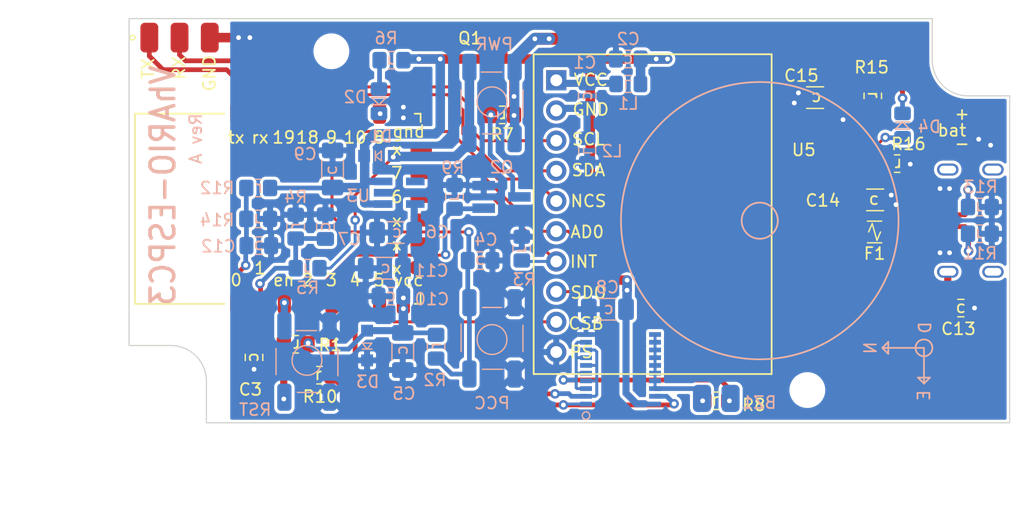
<source format=kicad_pcb>
(kicad_pcb (version 20220211) (generator pcbnew)
  (layers (0 "F.Cu" signal) (31 "B.Cu" signal) (34 "B.Paste" user) (35 "F.Paste" user) (36 "B.SilkS" user "B.Silkscreen") (37 "F.SilkS" user "F.Silkscreen") (38 "B.Mask" user) (39 "F.Mask" user) (44 "Edge.Cuts" user))
  (net 0 "")
  (net 1 "Net-(BZ1--)")
  (net 2 "Net-(BZ1-+)")
  (net 3 "Net-(U1-VCC)")
  (net 4 "Net-(U1-GND)")
  (net 5 "+VSW")
  (net 6 "GND")
  (net 7 "+3V3")
  (net 8 "/PWR_SENS")
  (net 9 "/ADC")
  (net 10 "Net-(J3-VBUS)")
  (net 11 "+BATT")
  (net 12 "Net-(D1-A)")
  (net 13 "Net-(D2-K)")
  (net 14 "Net-(D4-K)")
  (net 15 "Net-(D4-A)")
  (net 16 "Net-(J1-Pin_1)")
  (net 17 "Net-(J1-Pin_2)")
  (net 18 "Net-(J3-CC1)")
  (net 19 "Net-(J3-CC2)")
  (net 20 "Net-(Q1-G)")
  (net 21 "/PWR_CTRL")
  (net 22 "/DRDY")
  (net 23 "Net-(U5-STAT)")
  (net 24 "Net-(U5-PROG)")
  (net 25 "/SCK")
  (net 26 "/MOSI")
  (net 27 "/NCS")
  (net 28 "/MISO")
  (net 29 "/CSB")
  (net 34 "/AUDIO")
  (net 35 "/AUDIO_EN")
  (net 37 "Net-(U2-IO9)")
  (net 41 "Net-(SW1-A)")
  (net 42 "Net-(D2-A)")
  (net 43 "Net-(J3-SHIELD)")
  (footprint "00_project_footprints:C_1206_3216Metric_Pad1.33x1.80mm_HandSolder" (layer "F.Cu") (at 147.65 92.65 180)
    (fp_text reference "C15")
    (fp_text value "22uF")
  )
  (footprint "00_project_footprints:R_0805_2012Metric_Pad1.20x1.40mm_HandSolder" (layer "F.Cu") (at 139.35 118.15)
    (fp_text reference "R8")
    (fp_text value "10K")
  )
  (footprint "00_project_footprints:C_0805_2012Metric_Pad1.18x1.45mm_HandSolder" (layer "F.Cu") (at 159.9 110.35)
    (fp_text reference "C13")
    (fp_text value "100nF")
  )
  (footprint "00_project_footprints:espc3fn4_hn" (layer "F.Cu") (at 99.05 109.95 90)
    (fp_text reference "U2" hide)
    (fp_text value "ESPC3-12F C3FN4")
  )
  (footprint "00_project_footprints:R_0805_2012Metric_Pad1.20x1.40mm_HandSolder" (layer "F.Cu") (at 121.35 94.1 180)
    (fp_text reference "R7")
    (fp_text value "10K")
  )
  (footprint "00_project_footprints:R_0805_2012Metric_Pad1.20x1.40mm_HandSolder" (layer "F.Cu") (at 104 113.4 180)
    (fp_text reference "R1")
    (fp_text value "2K7")
  )
  (footprint "00_project_footprints:cjmcu_117_hn" (layer "F.Cu") (at 125.9 101.35)
    (fp_text reference "U1" hide)
    (fp_text value "CJMCU-117")
  )
  (footprint "00_project_footprints:MountingHole_2.5mm" (layer "F.Cu") (at 147 117.25)
    (fp_text reference "H2" hide)
    (fp_text value "mount_hole_hn")
  )
  (footprint "00_project_footprints:C_0805_2012Metric_Pad1.18x1.45mm_HandSolder" (layer "F.Cu") (at 100.5 114.5 -90)
    (fp_text reference "C3")
    (fp_text value "1uF")
  )
  (footprint "00_project_footprints:smd_conn2_hn" (layer "F.Cu") (at 161.75 95.2 90)
    (fp_text reference "J2" hide)
    (fp_text value "conn_bat")
  )
  (footprint "00_project_footprints:SOT-23-5_HandSoldering" (layer "F.Cu") (at 150 97 -90)
    (fp_text reference "U5")
    (fp_text value "MCP73831-2-OT")
  )
  (footprint "00_project_footprints:usbc_6pin_hn" (layer "F.Cu") (at 158.8 103 90)
    (fp_text reference "J3" hide)
    (fp_text value "USB_C_6PIN")
  )
  (footprint "00_project_footprints:Fuse_1206_3216Metric_Pad1.42x1.75mm_HandSolder" (layer "F.Cu") (at 152.65 103.95 180)
    (fp_text reference "F1")
    (fp_text value "nSMD075")
  )
  (footprint "00_project_footprints:pgm_conn_hn" (layer "F.Cu") (at 91.7 87.6 90)
    (fp_text reference "J1" hide)
    (fp_text value "conn_pgm")
  )
  (footprint "00_project_footprints:R_0805_2012Metric_Pad1.20x1.40mm_HandSolder" (layer "F.Cu") (at 152.5 92.5 -90)
    (fp_text reference "R15")
    (fp_text value "2K2")
  )
  (footprint "00_project_footprints:SOT-23_Handsoldering" (layer "F.Cu") (at 121.4 90.2 90)
    (fp_text reference "Q1")
    (fp_text value "AO3401A")
  )
  (footprint "00_project_footprints:R_0805_2012Metric_Pad1.20x1.40mm_HandSolder" (layer "F.Cu") (at 106 116)
    (fp_text reference "R10")
    (fp_text value "10K")
  )
  (footprint "00_project_footprints:MountingHole_2.5mm" (layer "F.Cu") (at 107 88.75)
    (fp_text reference "H1" hide)
    (fp_text value "mount_hole_hn")
  )
  (footprint "00_project_footprints:R_0805_2012Metric_Pad1.20x1.40mm_HandSolder" (layer "F.Cu") (at 154.55 98.2 180)
    (fp_text reference "R16")
    (fp_text value "2K")
  )
  (footprint "00_project_footprints:C_1206_3216Metric_Pad1.33x1.80mm_HandSolder" (layer "F.Cu") (at 152.7 101.25)
    (fp_text reference "C14")
    (fp_text value "22uF")
  )
  (footprint "00_project_footprints:smd_btn4_hn" (layer "B.Cu") (at 104.95 114.75 90)
    (fp_text reference "SW1" hide)
    (fp_text value "RST")
  )
  (footprint "00_project_footprints:smd_btn4_hn" (layer "B.Cu") (at 120.5 113 -90)
    (fp_text reference "SW2" hide)
    (fp_text value "PCC")
  )
  (footprint "00_project_footprints:C_1206_3216Metric_Pad1.33x1.80mm_HandSolder" (layer "B.Cu") (at 112.4 104 180)
    (fp_text reference "C6")
    (fp_text value "100uF")
  )
  (footprint "00_project_footprints:D_SOD-323_HandSoldering" (layer "B.Cu") (at 111 97.55)
    (fp_text reference "D1")
    (fp_text value "1N5819WS")
  )
  (footprint "00_project_footprints:L_0805_2012Metric_Pad1.15x1.40mm_HandSolder" (layer "B.Cu") (at 128.5 97.1 90)
    (fp_text reference "L2")
    (fp_text value "GZ2012D601TF")
  )
  (footprint "00_project_footprints:C_1206_3216Metric_Pad1.33x1.80mm_HandSolder" (layer "B.Cu") (at 111.45 107 180)
    (fp_text reference "C11")
    (fp_text value "22uF")
  )
  (footprint "00_project_footprints:C_1206_3216Metric_Pad1.33x1.80mm_HandSolder" (layer "B.Cu") (at 113 114 -90)
    (fp_text reference "C5")
    (fp_text value "100uF")
  )
  (footprint "00_project_footprints:L_0805_2012Metric_Pad1.15x1.40mm_HandSolder" (layer "B.Cu") (at 131.95 91.5)
    (fp_text reference "L1")
    (fp_text value "GZ2012D601TF")
  )
  (footprint "00_project_footprints:C_1206_3216Metric_Pad1.33x1.80mm_HandSolder" (layer "B.Cu") (at 107.1 98.65 90)
    (fp_text reference "C9")
    (fp_text value "22uF")
  )
  (footprint "00_project_footprints:C_0805_2012Metric_Pad1.18x1.45mm_HandSolder" (layer "B.Cu") (at 119.5 106.35)
    (fp_text reference "C4")
    (fp_text value "100nF")
  )
  (footprint "00_project_footprints:R_0805_2012Metric_Pad1.20x1.40mm_HandSolder" (layer "B.Cu") (at 161.5 104.1)
    (fp_text reference "R11")
    (fp_text value "5K1")
  )
  (footprint "00_project_footprints:R_0805_2012Metric_Pad1.20x1.40mm_HandSolder" (layer "B.Cu") (at 117.35 101 90)
    (fp_text reference "R9")
    (fp_text value "10K")
  )
  (footprint "00_project_footprints:R_0805_2012Metric_Pad1.20x1.40mm_HandSolder" (layer "B.Cu") (at 123 105.35 90)
    (fp_text reference "R3")
    (fp_text value "10K")
  )
  (footprint "00_project_footprints:C_0805_2012Metric_Pad1.18x1.45mm_HandSolder" (layer "B.Cu") (at 131.95 89.4 180)
    (fp_text reference "C2")
    (fp_text value "100nF")
  )
  (footprint "00_project_footprints:SSOP-20_4.4x6.5mm_P0.65mm" (layer "B.Cu") (at 131.3 115.5)
    (fp_text reference "U4" hide)
    (fp_text value "74HC240PWR")
  )
  (footprint "00_project_footprints:R_0805_2012Metric_Pad1.20x1.40mm_HandSolder" (layer "B.Cu") (at 105 107)
    (fp_text reference "R5")
    (fp_text value "2K7")
  )
  (footprint "00_project_footprints:smd_btn4_hn" (layer "B.Cu") (at 120.5 93 90)
    (fp_text reference "SW3" hide)
    (fp_text value "PWR")
  )
  (footprint "00_project_footprints:R_0805_2012Metric_Pad1.20x1.40mm_HandSolder" (layer "B.Cu") (at 104 103.5 -90)
    (fp_text reference "R4")
    (fp_text value "10K")
  )
  (footprint "00_project_footprints:C_0805_2012Metric_Pad1.18x1.45mm_HandSolder" (layer "B.Cu") (at 106.5 103.5 -90)
    (fp_text reference "C7")
    (fp_text value "100nF")
  )
  (footprint "00_project_footprints:C_0805_2012Metric_Pad1.18x1.45mm_HandSolder" (layer "B.Cu") (at 128.5 92.5 -90)
    (fp_text reference "C1")
    (fp_text value "100nF")
  )
  (footprint "00_project_footprints:R_0805_2012Metric_Pad1.20x1.40mm_HandSolder" (layer "B.Cu") (at 161.5 101.85)
    (fp_text reference "R13")
    (fp_text value "5K1")
  )
  (footprint "00_project_footprints:D_SOD-323_HandSoldering" (layer "B.Cu") (at 110 113.5 90)
    (fp_text reference "D3")
    (fp_text value "BV03C")
  )
  (footprint "00_project_footprints:SOT-23-5_HandSoldering" (layer "B.Cu") (at 112.7 100.65)
    (fp_text reference "U3" hide)
    (fp_text value "TLV75533PDBV")
  )
  (footprint "00_project_footprints:R_0805_2012Metric_Pad1.20x1.40mm_HandSolder" (layer "B.Cu") (at 115.8 113.6 -90)
    (fp_text reference "R2")
    (fp_text value "10K")
  )
  (footprint "00_project_footprints:C_0805_2012Metric_Pad1.18x1.45mm_HandSolder" (layer "B.Cu") (at 112 109.35 180)
    (fp_text reference "C10")
    (fp_text value "100nF")
  )
  (footprint "00_project_footprints:R_0805_2012Metric_Pad1.20x1.40mm_HandSolder" (layer "B.Cu") (at 100.85 100.25 180)
    (fp_text reference "R12")
    (fp_text value "10K")
  )
  (footprint "00_project_footprints:C_1206_3216Metric_Pad1.33x1.80mm_HandSolder" (layer "B.Cu") (at 130.2 110.45 180)
    (fp_text reference "C8")
    (fp_text value "22uF")
  )
  (footprint "00_project_footprints:SOT-23_Handsoldering" (layer "B.Cu") (at 121.3 101)
    (fp_text reference "Q2")
    (fp_text value "2N7002")
  )
  (footprint "00_project_footprints:C_0805_2012Metric_Pad1.18x1.45mm_HandSolder" (layer "B.Cu") (at 100.9 105.1)
    (fp_text reference "C12")
    (fp_text value "100nF")
  )
  (footprint "00_project_footprints:R_0805_2012Metric_Pad1.20x1.40mm_HandSolder" (layer "B.Cu") (at 100.85 102.85)
    (fp_text reference "R14")
    (fp_text value "2K2")
  )
  (footprint "00_project_footprints:LED_0805_2012Metric_Pad1.15x1.40mm_HandSolder" (layer "B.Cu") (at 111 92.95 90)
    (fp_text reference "D2")
    (fp_text value "BLUE")
  )
  (footprint "00_project_footprints:LED_0805_2012Metric_Pad1.15x1.40mm_HandSolder" (layer "B.Cu") (at 155 95 -90)
    (fp_text reference "D4")
    (fp_text value "RED")
  )
  (footprint "00_project_footprints:smd_conn2_hn" (layer "B.Cu") (at 139.35 118.05)
    (fp_text reference "BZ1")
    (fp_text value "KPEG006")
  )
  (footprint "00_project_footprints:R_0805_2012Metric_Pad1.20x1.40mm_HandSolder" (layer "B.Cu") (at 112.05 89.5)
    (fp_text reference "R6")
    (fp_text value "2K2")
  )
  (gr_line (start 156.3 116.2) (end 157.3 116.2) (stroke (width 0.15)) (layer "B.SilkS"))
  (gr_line (start 156.8 113.7) (end 153.3 113.7) (stroke (width 0.15)) (layer "B.SilkS"))
  (gr_line (start 153.8 113.2) (end 153.3 113.7) (stroke (width 0.15)) (layer "B.SilkS"))
  (gr_circle (center 143 103) (end 153 97) (stroke (width 0.15)) (fill none) (layer "B.SilkS"))
  (gr_line (start 153.8 113.7) (end 153.8 114.2) (stroke (width 0.15)) (layer "B.SilkS"))
  (gr_circle (center 156.8 113.7) (end 157.3 113.2) (stroke (width 0.15)) (fill none) (layer "B.SilkS"))
  (gr_line (start 156.8 113.7) (end 156.8 116.7) (stroke (width 0.15)) (layer "B.SilkS"))
  (gr_line (start 153.8 114.2) (end 153.3 113.7) (stroke (width 0.15)) (layer "B.SilkS"))
  (gr_line (start 156.8 116.7) (end 156.3 116.2) (stroke (width 0.15)) (layer "B.SilkS"))
  (gr_line (start 157.3 116.2) (end 156.8 116.7) (stroke (width 0.15)) (layer "B.SilkS"))
  (gr_line (start 153.8 113.7) (end 153.8 113.2) (stroke (width 0.15)) (layer "B.SilkS"))
  (gr_circle (center 143 103) (end 144.1 104.05) (stroke (width 0.15)) (fill none) (layer "B.SilkS"))
  (gr_line (start 144 89) (end 124 89) (stroke (width 0.15)) (layer "F.SilkS"))
  (gr_line (start 124 115.9) (end 144 115.9) (stroke (width 0.15)) (layer "F.SilkS"))
  (gr_line (start 90.5 94) (end 90.5 110) (stroke (width 0.15)) (layer "F.SilkS"))
  (gr_line (start 98 94) (end 90.5 94) (stroke (width 0.15)) (layer "F.SilkS"))
  (gr_line (start 114.5 94) (end 114.5 94.7) (stroke (width 0.15)) (layer "F.SilkS"))
  (gr_line (start 114 94) (end 114.5 94) (stroke (width 0.15)) (layer "F.SilkS"))
  (gr_line (start 114.5 109.15) (end 114.5 110) (stroke (width 0.15)) (layer "F.SilkS"))
  (gr_line (start 114.5 110) (end 114 110) (stroke (width 0.15)) (layer "F.SilkS"))
  (gr_line (start 90.5 110) (end 98 110) (stroke (width 0.15)) (layer "F.SilkS"))
  (gr_line (start 144 115.9) (end 144 89) (stroke (width 0.15)) (layer "F.SilkS"))
  (gr_line (start 124 89) (end 124 115.9) (stroke (width 0.15)) (layer "F.SilkS"))
  (gr_line (start 157.5 86) (end 157.5 89.5) (stroke (width 0.1)) (layer "Edge.Cuts"))
  (gr_line (start 96.5 120) (end 164 120) (stroke (width 0.1)) (layer "Edge.Cuts"))
  (gr_arc (start 160.5 92.5) (mid 158.37868 91.62132) (end 157.5 89.5) (stroke (width 0.1)) (layer "Edge.Cuts"))
  (gr_line (start 90 113.5) (end 93.5 113.5) (stroke (width 0.1)) (layer "Edge.Cuts"))
  (gr_line (start 164 92.5) (end 161 92.5) (stroke (width 0.1)) (layer "Edge.Cuts"))
  (gr_line (start 161 92.5) (end 160.5 92.5) (stroke (width 0.1)) (layer "Edge.Cuts"))
  (gr_line (start 157.5 86) (end 90 86) (stroke (width 0.1)) (layer "Edge.Cuts"))
  (gr_line (start 96.5 120) (end 96.5 116.5) (stroke (width 0.1)) (layer "Edge.Cuts"))
  (gr_line (start 90 86) (end 90 113.5) (stroke (width 0.1)) (layer "Edge.Cuts"))
  (gr_line (start 164 120) (end 164 92.5) (stroke (width 0.1)) (layer "Edge.Cuts"))
  (gr_arc (start 93.5 113.5) (mid 95.62132 114.37868) (end 96.5 116.5) (stroke (width 0.1)) (layer "Edge.Cuts"))
  (gr_text "N" (at 152.3 113.7 90) (layer "B.SilkS") (effects (font (size 1 1)) (justify mirror)))
  (gr_text "RST" (at 100.6 118.9) (layer "B.SilkS") (effects (font (size 1 1)) (justify mirror)))
  (gr_text "E" (at 156.8 117.7 90) (layer "B.SilkS") (effects (font (size 1 1)) (justify mirror)))
  (gr_text "U3" (at 109.25 100.9) (layer "B.SilkS") (effects (font (size 1 1)) (justify mirror)))
  (gr_text "Rev A" (at 95.6 96.1 90) (layer "B.SilkS") (effects (font (size 1 1)) (justify mirror)))
  (gr_text "PWR" (at 120.7 88.15) (layer "B.SilkS") (effects (font (size 1 1)) (justify mirror)))
  (gr_text "VhARIO-ESPC3" (at 92.85 100.05 90) (layer "B.SilkS") (effects (font (size 2 1.8) (thickness 0.3) bold) (justify mirror)))
  (gr_text "D" (at 156.9 112 90) (layer "B.SilkS") (effects (font (size 1 1)) (justify mirror)))
  (gr_text "PCC" (at 120.5 118.35) (layer "B.SilkS") (effects (font (size 1 1)) (justify mirror)))
  (gr_text "tx" (at 99 96) (layer "F.SilkS") (effects (font (size 1 1))))
  (gr_text "-" (at 160 96.5) (layer "F.SilkS") (effects (font (size 1 1)) (justify mirror)))
  (gr_text "bat" (at 159.15 95.4) (layer "F.SilkS") (effects (font (size 1 1))))
  (gr_text "GND" (at 96.75 90.6 90) (layer "F.SilkS") (effects (font (size 1 1))))
  (gr_text "7" (at 112.5 99) (layer "F.SilkS") (effects (font (size 1 1))))
  (gr_text "18" (at 105 96) (layer "F.SilkS") (effects (font (size 1 1))))
  (gr_text "TX" (at 91.6 90.2 90) (layer "F.SilkS") (effects (font (size 1 1))))
  (gr_text "en" (at 103 108) (layer "F.SilkS") (effects (font (size 1 1))))
  (gr_text "2" (at 105 108) (layer "F.SilkS") (effects (font (size 1 1))))
  (gr_text "gnd" (at 113.5 95.5) (layer "F.SilkS") (effects (font (size 1 1))))
  (gr_text "3" (at 107 108) (layer "F.SilkS") (effects (font (size 1 1))))
  (gr_text "19" (at 103 96) (layer "F.SilkS") (effects (font (size 1 1))))
  (gr_text "rx" (at 101 96) (layer "F.SilkS") (effects (font (size 1 1))))
  (gr_text "vcc" (at 113.5 108) (layer "F.SilkS") (effects (font (size 1 1))))
  (gr_text "x" (at 112.5 107) (layer "F.SilkS") (effects (font (size 1 1))))
  (gr_text "0" (at 99 108) (layer "F.SilkS") (effects (font (size 1 1))))
  (gr_text "x" (at 112.5 103) (layer "F.SilkS") (effects (font (size 1 1))))
  (gr_text "1" (at 101 107) (layer "F.SilkS") (effects (font (size 1 1))))
  (gr_text "10" (at 109 96) (layer "F.SilkS") (effects (font (size 1 1))))
  (gr_text "x" (at 112.5 97) (layer "F.SilkS") (effects (font (size 1 1))))
  (gr_text "4" (at 109 108) (layer "F.SilkS") (effects (font (size 1 1))))
  (gr_text "5" (at 111 108) (layer "F.SilkS") (effects (font (size 1 1))))
  (gr_text "RX" (at 94.2 90.15 90) (layer "F.SilkS") (effects (font (size 1 1))))
  (gr_text "9" (at 107 96) (layer "F.SilkS") (effects (font (size 1 1))))
  (gr_text "x" (at 112.5 105) (layer "F.SilkS") (effects (font (size 1 1))))
  (gr_text "6" (at 112.5 101) (layer "F.SilkS") (effects (font (size 1 1))))
  (gr_text "8" (at 111 96) (layer "F.SilkS") (effects (font (size 1 1))))
  (gr_text "+" (at 160 94) (layer "F.SilkS") (effects (font (size 1 1)) (justify mirror)))
  (via (at 138.2 118.15) (size 0.8) (drill 0.4) (layers "F.Cu" "B.Cu") (net 1))
  (segment (start 134.2 116.475) (end 134.2 115.825) (width 0.25) (layer "B.Cu") (net 1))
  (segment (start 138.15 117.5) (end 137.775 117.125) (width 0.25) (layer "B.Cu") (net 1))
  (segment (start 134.2 114.525) (end 134.2 115.175) (width 0.25) (layer "B.Cu") (net 1))
  (segment (start 134.2 115.175) (end 134.2 115.825) (width 0.25) (layer "B.Cu") (net 1))
  (segment (start 134.2 113.225) (end 134.2 113.875) (width 0.25) (layer "B.Cu") (net 1))
  (segment (start 134.2 113.875) (end 134.2 114.525) (width 0.25) (layer "B.Cu") (net 1))
  (segment (start 134.2 117.125) (end 134.2 116.475) (width 0.25) (layer "B.Cu") (net 1))
  (segment (start 134.2 112.575) (end 134.2 113.225) (width 0.25) (layer "B.Cu") (net 1))
  (segment (start 137.775 117.125) (end 134.2 117.125) (width 0.4) (layer "B.Cu") (net 1))
  (segment (start 139.7 116.4) (end 140.4 117.1) (width 0.4) (layer "F.Cu") (net 2))
  (segment (start 126.5 116.4) (end 139.7 116.4) (width 0.4) (layer "F.Cu") (net 2))
  (segment (start 140.4 117.1) (end 140.4 118.1) (width 0.4) (layer "F.Cu") (net 2))
  (segment (start 140.4 118.1) (end 140.35 118.15) (width 0.25) (layer "F.Cu") (net 2))
  (via (at 126.5 116.4) (size 0.8) (drill 0.4) (layers "F.Cu" "B.Cu") (net 2))
  (via (at 140.45 118.15) (size 0.8) (drill 0.4) (layers "F.Cu" "B.Cu") (net 2))
  (segment (start 127.65 117.125) (end 128.4 117.125) (width 0.25) (layer "B.Cu") (net 2))
  (segment (start 128.4 115.825) (end 127.65 115.825) (width 0.25) (layer "B.Cu") (net 2))
  (segment (start 127.65 114.525) (end 127.575489 114.450489) (width 0.25) (layer "B.Cu") (net 2))
  (segment (start 127.575489 114.450489) (end 127.575489 113.524022) (width 0.25) (layer "B.Cu") (net 2))
  (segment (start 126.5 116.4) (end 127.5 116.4) (width 0.4) (layer "B.Cu") (net 2))
  (segment (start 127.575489 116.475489) (end 127.575489 117.050489) (width 0.25) (layer "B.Cu") (net 2))
  (segment (start 127.575489 113.350489) (end 127.575489 116.475489) (width 0.25) (layer "B.Cu") (net 2))
  (segment (start 127.575489 117.050489) (end 127.65 117.125) (width 0.25) (layer "B.Cu") (net 2))
  (segment (start 127.700978 114.525) (end 128.4 114.525) (width 0.25) (layer "B.Cu") (net 2))
  (segment (start 127.675 115.825) (end 128.4 115.825) (width 0.25) (layer "B.Cu") (net 2))
  (segment (start 127.700978 113.225) (end 127.575489 113.350489) (width 0.25) (layer "B.Cu") (net 2))
  (segment (start 128.4 113.225) (end 127.700978 113.225) (width 0.25) (layer "B.Cu") (net 2))
  (segment (start 127.874511 113.225) (end 128.4 113.225) (width 0.25) (layer "B.Cu") (net 2))
  (segment (start 128.4 114.525) (end 127.65 114.525) (width 0.25) (layer "B.Cu") (net 2))
  (segment (start 127.5 116.4) (end 127.575489 116.475489) (width 0.25) (layer "B.Cu") (net 2))
  (segment (start 126.16 91.45) (end 125.9 91.19) (width 0.25) (layer "B.Cu") (net 3))
  (segment (start 130.75 91.45) (end 128.5125 91.45) (width 0.6) (layer "B.Cu") (net 3))
  (segment (start 128.4875 91.45) (end 126.16 91.45) (width 0.6) (layer "B.Cu") (net 3))
  (segment (start 128.5125 91.45) (end 128.5 91.4625) (width 0.25) (layer "B.Cu") (net 3))
  (segment (start 128.5 91.4625) (end 128.4875 91.45) (width 0.25) (layer "B.Cu") (net 3))
  (segment (start 130.8 91.5) (end 130.75 91.45) (width 0.25) (layer "B.Cu") (net 3))
  (segment (start 128.4875 95.9375) (end 128.5 95.95) (width 0.25) (layer "B.Cu") (net 4))
  (segment (start 128.4875 93.55) (end 126.08 93.55) (width 0.6) (layer "B.Cu") (net 4))
  (segment (start 126.08 93.55) (end 125.9 93.73) (width 0.25) (layer "B.Cu") (net 4))
  (segment (start 128.5 93.5375) (end 128.4875 93.55) (width 0.25) (layer "B.Cu") (net 4))
  (segment (start 128.4875 93.55) (end 128.4875 95.9375) (width 0.6) (layer "B.Cu") (net 4))
  (segment (start 128.75 89.4) (end 121.5375 89.4) (width 0.8) (layer "F.Cu") (net 5))
  (segment (start 114.35 89.4) (end 121.5375 89.4) (width 0.8) (layer "F.Cu") (net 5))
  (segment (start 128.75 89.4) (end 135.25 89.4) (width 0.8) (layer "F.Cu") (net 5))
  (segment (start 131.85 108) (end 131.85 108.85) (width 0.8) (layer "F.Cu") (net 5))
  (segment (start 129.5 108) (end 128.75 107.25) (width 0.8) (layer "F.Cu") (net 5))
  (segment (start 128.75 107.25) (end 128.75 89.4) (width 0.8) (layer "F.Cu") (net 5))
  (segment (start 131.85 108) (end 129.5 108) (width 0.8) (layer "F.Cu") (net 5))
  (segment (start 121.5375 89.4) (end 121.4 89.2625) (width 0.6) (layer "F.Cu") (net 5))
  (via (at 116.15 89.4) (size 0.8) (drill 0.4) (layers "F.Cu" "B.Cu") (net 5))
  (via (at 135.25 89.4) (size 0.8) (drill 0.4) (layers "F.Cu" "B.Cu") (net 5))
  (via (at 131.85 108) (size 0.8) (drill 0.4) (layers "F.Cu" "B.Cu") (net 5))
  (via (at 134.3 89.4) (size 0.8) (drill 0.4) (layers "F.Cu" "B.Cu") (net 5))
  (via (at 114.35 89.4) (size 0.8) (drill 0.4) (layers "F.Cu" "B.Cu") (net 5))
  (via (at 131.85 108.85) (size 0.8) (drill 0.4) (layers "F.Cu" "B.Cu") (net 5))
  (segment (start 101.85 100.25) (end 107.0625 100.25) (width 0.4) (layer "B.Cu") (net 5))
  (segment (start 109.8 101.5) (end 109.8 96.5) (width 0.8) (layer "B.Cu") (net 5))
  (segment (start 133.2 91.45) (end 133.15 91.4) (width 0.25) (layer "B.Cu") (net 5))
  (segment (start 131.85 108) (end 131.85 110.75) (width 0.8) (layer "B.Cu") (net 5))
  (segment (start 111.35 101.6) (end 109.8 101.6) (width 0.6) (layer "B.Cu") (net 5))
  (segment (start 132.9875 89.4) (end 132.9875 91.4875) (width 0.8) (layer "B.Cu") (net 5))
  (segment (start 110.6 95.7) (end 115.75 95.7) (width 0.8) (layer "B.Cu") (net 5))
  (segment (start 132.9875 91.4875) (end 132.975 91.5) (width 0.25) (layer "B.Cu") (net 5))
  (segment (start 131.7625 110.8375) (end 131.7625 117.5125) (width 0.6) (layer "B.Cu") (net 5))
  (segment (start 116.15 95.3) (end 116.15 89.4) (width 0.8) (layer "B.Cu") (net 5))
  (segment (start 116.15 89.4) (end 113.15 89.4) (width 0.8) (layer "B.Cu") (net 5))
  (segment (start 131.7625 117.5125) (end 132.65 118.4) (width 0.6) (layer "B.Cu") (net 5))
  (segment (start 132.65 118.4) (end 133.35 118.4) (width 0.6) (layer "B.Cu") (net 5))
  (segment (start 131.85 110.75) (end 131.7625 110.8375) (width 0.4) (layer "B.Cu") (net 5))
  (segment (start 134.2 118.425) (end 133.125 118.425) (width 0.4) (layer "B.Cu") (net 5))
  (segment (start 107.1 100.2125) (end 109.7625 100.2125) (width 0.8) (layer "B.Cu") (net 5))
  (segment (start 115.75 95.7) (end 116.15 95.3) (width 0.8) (layer "B.Cu") (net 5))
  (segment (start 110.1 99.7) (end 111.5625 99.7) (width 0.6) (layer "B.Cu") (net 5))
  (segment (start 133.1625 91.4125) (end 133.2 91.45) (width 0.6) (layer "B.Cu") (net 5))
  (segment (start 109.8 96.5) (end 110.6 95.7) (width 0.8) (layer "B.Cu") (net 5))
  (segment (start 107.0625 100.25) (end 107.1 100.2125) (width 0.25) (layer "B.Cu") (net 5))
  (segment (start 132.9875 89.4) (end 135.25 89.4) (width 0.8) (layer "B.Cu") (net 5))
  (segment (start 150 95.8625) (end 150 94.5) (width 0.6) (layer "F.Cu") (net 6))
  (segment (start 158.95 100.3) (end 158.15 100.3) (width 0.25) (layer "F.Cu") (net 6))
  (segment (start 99.2 87.6) (end 100.2 87.6) (width 0.8) (layer "F.Cu") (net 6))
  (segment (start 96.78 87.6) (end 99.2 87.6) (width 0.8) (layer "F.Cu") (net 6))
  (via (at 150 94.5) (size 0.8) (drill 0.4) (layers "F.Cu" "B.Cu") (net 6))
  (via (at 154.45 101.65) (size 0.8) (drill 0.4) (layers "F.Cu" "B.Cu") (net 6))
  (via (at 158.95 105.7) (size 0.8) (drill 0.4) (layers "F.Cu" "B.Cu") (net 6))
  (via (at 158.95 100.3) (size 0.8) (drill 0.4) (layers "F.Cu" "B.Cu") (net 6))
  (via (at 158.15 100.3) (size 0.8) (drill 0.4) (layers "F.Cu" "B.Cu") (net 6))
  (via (at 155.65 98.25) (size 0.8) (drill 0.4) (layers "F.Cu" "B.Cu") (net 6))
  (via (at 161.4 96.15) (size 0.8) (drill 0.4) (layers "F.Cu" "B.Cu") (net 6))
  (via (at 100.15 87.6) (size 0.8) (drill 0.4) (layers "F.Cu" "B.Cu") (net 6))
  (via (at 146.25 92.25) (size 0.8) (drill 0.4) (layers "F.Cu" "B.Cu") (net 6))
  (via (at 154.05 100.85) (size 0.8) (drill 0.4) (layers "F.Cu" "B.Cu") (net 6))
  (via (at 113.05 93.45) (size 0.8) (drill 0.4) (layers "F.Cu" "B.Cu") (net 6))
  (via (at 158.15 105.7) (size 0.8) (drill 0.4) (layers "F.Cu" "B.Cu") (net 6))
  (via (at 113.05 94.35) (size 0.8) (drill 0.4) (layers "F.Cu" "B.Cu") (net 6))
  (via (at 161.05 110.35) (size 0.8) (drill 0.4) (layers "F.Cu" "B.Cu") (net 6))
  (via (at 162.4 96.65) (size 0.8) (drill 0.4) (layers "F.Cu" "B.Cu") (net 6))
  (via (at 99.2 87.6) (size 0.8) (drill 0.4) (layers "F.Cu" "B.Cu") (net 6))
  (via (at 100.5 115.5) (size 0.8) (drill 0.4) (layers "F.Cu" "B.Cu") (net 6))
  (via (at 145.9 93.1) (size 0.8) (drill 0.4) (layers "F.Cu" "B.Cu") (net 6))
  (segment (start 111.5625 100.65) (end 112.55 100.65) (width 0.6) (layer "B.Cu") (net 6))
  (segment (start 112.55 100.65) (end 112.75 100.65) (width 1) (layer "B.Cu") (net 6))
  (segment (start 105.05 113.3) (end 105 113.35) (width 0.25) (layer "F.Cu") (net 7))
  (segment (start 105 113.35) (end 105 116) (width 0.4) (layer "F.Cu") (net 7))
  (via (at 113.05 109.5) (size 0.8) (drill 0.4) (layers "F.Cu" "B.Cu") (net 7))
  (via (at 113.05 110.4) (size 0.8) (drill 0.4) (layers "F.Cu" "B.Cu") (net 7))
  (via (at 105.05 113.3) (size 0.8) (drill 0.4) (layers "F.Cu" "B.Cu") (net 7))
  (segment (start 110 112.25) (end 108.45 113.8) (width 0.4) (layer "B.Cu") (net 7))
  (segment (start 113.9625 104) (end 113.9625 101.575) (width 0.6) (layer "B.Cu") (net 7))
  (segment (start 110 112.25) (end 112.8125 112.25) (width 0.6) (layer "B.Cu") (net 7))
  (segment (start 113.0125 104.95) (end 113.9625 104) (width 0.8) (layer "B.Cu") (net 7))
  (segment (start 113.05 110.4) (end 113.05 112.3875) (width 0.8) (layer "B.Cu") (net 7))
  (segment (start 113.0125 107) (end 113.0125 104.95) (width 0.8) (layer "B.Cu") (net 7))
  (segment (start 113.0125 109.325) (end 113.0375 109.35) (width 0.6) (layer "B.Cu") (net 7))
  (segment (start 113.0125 107) (end 113.0125 109.325) (width 0.8) (layer "B.Cu") (net 7))
  (segment (start 113.05 112.3875) (end 113 112.4375) (width 0.6) (layer "B.Cu") (net 7))
  (segment (start 105.55 113.8) (end 105.05 113.3) (width 0.4) (layer "B.Cu") (net 7))
  (segment (start 108.45 113.8) (end 105.55 113.8) (width 0.4) (layer "B.Cu") (net 7))
  (segment (start 113 112.4375) (end 115.6375 112.4375) (width 0.4) (layer "B.Cu") (net 7))
  (segment (start 101.05 109.95) (end 101.05 108.35) (width 0.4) (layer "F.Cu") (net 8))
  (segment (start 101.05 108.35) (end 101 108.3) (width 0.4) (layer "F.Cu") (net 8))
  (via (at 101 108.3) (size 0.8) (drill 0.4) (layers "F.Cu" "B.Cu") (net 8))
  (segment (start 104 107) (end 104 104.5) (width 0.4) (layer "B.Cu") (net 8))
  (segment (start 104 104.5) (end 106.4625 104.5) (width 0.4) (layer "B.Cu") (net 8))
  (segment (start 106.4625 104.5) (end 106.5 104.5375) (width 0.25) (layer "B.Cu") (net 8))
  (segment (start 101 108.3) (end 102.3 107) (width 0.4) (layer "B.Cu") (net 8))
  (segment (start 102.3 107) (end 104 107) (width 0.4) (layer "B.Cu") (net 8))
  (segment (start 99.8 106.75) (end 99.05 107.5) (width 0.4) (layer "F.Cu") (net 9))
  (segment (start 99.05 107.5) (end 99.05 109.95) (width 0.4) (layer "F.Cu") (net 9))
  (via (at 99.8 106.75) (size 0.8) (drill 0.4) (layers "F.Cu" "B.Cu") (net 9))
  (segment (start 99.8 105.1625) (end 99.8625 105.1) (width 0.25) (layer "B.Cu") (net 9))
  (segment (start 99.85 102.85) (end 99.85 100.25) (width 0.4) (layer "B.Cu") (net 9))
  (segment (start 99.8625 105.1) (end 99.8625 103.0875) (width 0.4) (layer "B.Cu") (net 9))
  (segment (start 99.8 106.75) (end 99.8 105.1625) (width 0.4) (layer "B.Cu") (net 9))
  (segment (start 156.5 104) (end 157 104.5) (width 0.6) (layer "F.Cu") (net 10))
  (segment (start 158.1 101.5) (end 157 101.5) (width 0.6) (layer "F.Cu") (net 10))
  (segment (start 157 101.5) (end 156.5 102) (width 0.6) (layer "F.Cu") (net 10))
  (segment (start 157 104.5) (end 158.1 104.5) (width 0.6) (layer "F.Cu") (net 10))
  (segment (start 156.45 103.95) (end 154.1375 103.95) (width 0.8) (layer "F.Cu") (net 10))
  (segment (start 156.5 102) (end 156.5 103.5) (width 0.6) (layer "F.Cu") (net 10))
  (segment (start 156.5 103.5) (end 156.5 104) (width 0.6) (layer "F.Cu") (net 10))
  (segment (start 149.0125 92.65) (end 149.25 92.4125) (width 1) (layer "F.Cu") (net 11))
  (segment (start 149.0125 89.7625) (end 154.6125 89.7625) (width 1) (layer "F.Cu") (net 11))
  (segment (start 149.25 92.4125) (end 149.25 90) (width 1) (layer "F.Cu") (net 11))
  (segment (start 154.6125 89.7625) (end 158.9 94.05) (width 1) (layer "F.Cu") (net 11))
  (segment (start 149.0125 89.7625) (end 147 87.75) (width 1) (layer "F.Cu") (net 11))
  (segment (start 149.05 92.8375) (end 148.8625 92.65) (width 0.25) (layer "F.Cu") (net 11))
  (segment (start 161.8 94.05) (end 161.85 94) (width 1) (layer "F.Cu") (net 11))
  (segment (start 149.25 90) (end 149.0125 89.7625) (width 1) (layer "F.Cu") (net 11))
  (segment (start 122.35 93.55) (end 122.35 94.15) (width 0.4) (layer "F.Cu") (net 11))
  (segment (start 122.35 93.65) (end 122.35 92.55) (width 0.8) (layer "F.Cu") (net 11))
  (segment (start 158.9 94.05) (end 161.8 94.05) (width 1) (layer "F.Cu") (net 11))
  (segment (start 149.05 95.8625) (end 149.05 92.8375) (width 0.6) (layer "F.Cu") (net 11))
  (segment (start 147 87.7) (end 124.15 87.7) (width 1) (layer "F.Cu") (net 11))
  (segment (start 147 87.75) (end 147 87.7) (width 1) (layer "F.Cu") (net 11))
  (segment (start 122.35 92.55) (end 122.35 92.2) (width 0.8) (layer "F.Cu") (net 11))
  (via (at 125.3 87.7) (size 0.8) (drill 0.4) (layers "F.Cu" "B.Cu") (net 11))
  (via (at 122.35 94.15) (size 0.8) (drill 0.4) (layers "F.Cu" "B.Cu") (net 11))
  (via (at 124.1 87.7) (size 0.8) (drill 0.4) (layers "F.Cu" "B.Cu") (net 11))
  (via (at 122.35 92.55) (size 0.8) (drill 0.4) (layers "F.Cu" "B.Cu") (net 11))
  (segment (start 122.4 89.4) (end 122.4 89.65) (width 1) (layer "B.Cu") (net 11))
  (segment (start 124.1 87.7) (end 122.4 89.4) (width 1) (layer "B.Cu") (net 11))
  (segment (start 124.1 87.7) (end 125.3 87.7) (width 1) (layer "B.Cu") (net 11))
  (segment (start 122.4 90.1) (end 122.4 96.1) (width 0.8) (layer "B.Cu") (net 11))
  (segment (start 109 102.95) (end 109 100.85) (width 0.25) (layer "F.Cu") (net 12))
  (segment (start 109 100.85) (end 112.2 97.65) (width 0.25) (layer "F.Cu") (net 12))
  (via (at 109 102.95) (size 0.8) (drill 0.4) (layers "F.Cu" "B.Cu") (net 12))
  (via (at 112.2 97.65) (size 0.8) (drill 0.4) (layers "F.Cu" "B.Cu") (net 12))
  (segment (start 109 104.9) (end 106.9 107) (width 0.25) (layer "B.Cu") (net 12))
  (segment (start 106.9 107) (end 106 107) (width 0.25) (layer "B.Cu") (net 12))
  (segment (start 112.2 97.65) (end 112.25 97.6) (width 0.8) (layer "B.Cu") (net 12))
  (segment (start 112.25 97.6) (end 117.45 97.6) (width 0.8) (layer "B.Cu") (net 12))
  (segment (start 118.6 90.1) (end 118.6 96.1) (width 0.8) (layer "B.Cu") (net 12))
  (segment (start 109 102.95) (end 109 104.9) (width 0.25) (layer "B.Cu") (net 12))
  (segment (start 117.45 97.6) (end 118.6 96.45) (width 0.8) (layer "B.Cu") (net 12))
  (via (at 111.1 94) (size 0.8) (drill 0.4) (layers "F.Cu" "B.Cu") (net 13))
  (segment (start 155 92.7) (end 155 92.1) (width 0.4) (layer "F.Cu") (net 14))
  (segment (start 155 92.1) (end 154.4 91.5) (width 0.4) (layer "F.Cu") (net 14))
  (segment (start 154.4 91.5) (end 152.5 91.5) (width 0.4) (layer "F.Cu") (net 14))
  (via (at 155 92.7) (size 0.8) (drill 0.4) (layers "F.Cu" "B.Cu") (net 14))
  (segment (start 155 92.7) (end 155 93.975) (width 0.4) (layer "B.Cu") (net 14))
  (segment (start 149.55 101.25) (end 149.05 100.75) (width 0.8) (layer "F.Cu") (net 15))
  (segment (start 149.25 96.95) (end 149.05 97.15) (width 0.25) (layer "F.Cu") (net 15))
  (segment (start 149.05 100.75) (end 149 100.7) (width 0.8) (layer "F.Cu") (net 15))
  (segment (start 153.5 96) (end 152.55 96.95) (width 0.25) (layer "F.Cu") (net 15))
  (segment (start 149.05 97.15) (end 149.05 98.1375) (width 0.25) (layer "F.Cu") (net 15))
  (segment (start 149 100.7) (end 149 99.8) (width 0.8) (layer "F.Cu") (net 15))
  (segment (start 149.05 98.35) (end 149.05 99.75) (width 0.6) (layer "F.Cu") (net 15))
  (segment (start 153.55 96) (end 153.5 96) (width 0.25) (layer "F.Cu") (net 15))
  (segment (start 151.1375 101.25) (end 149.55 101.25) (width 0.8) (layer "F.Cu") (net 15))
  (segment (start 152.55 96.95) (end 149.25 96.95) (width 0.25) (layer "F.Cu") (net 15))
  (segment (start 149.05 99.75) (end 149 99.8) (width 0.25) (layer "F.Cu") (net 15))
  (segment (start 151.1375 101.25) (end 151.1375 103.9375) (width 0.8) (layer "F.Cu") (net 15))
  (via (at 153.55 96) (size 0.8) (drill 0.4) (layers "F.Cu" "B.Cu") (net 15))
  (segment (start 155 96.025) (end 153.575 96.025) (width 0.4) (layer "B.Cu") (net 15))
  (segment (start 153.575 96.025) (end 153.55 96) (width 0.25) (layer "B.Cu") (net 15))
  (segment (start 98.2 90.3) (end 99.05 91.15) (width 0.4) (layer "F.Cu") (net 16))
  (segment (start 99.05 91.15) (end 99.05 93.95) (width 0.4) (layer "F.Cu") (net 16))
  (segment (start 91.7 89.15) (end 92.85 90.3) (width 0.4) (layer "F.Cu") (net 16))
  (segment (start 92.85 90.3) (end 98.2 90.3) (width 0.4) (layer "F.Cu") (net 16))
  (segment (start 91.7 87.6) (end 91.7 89.15) (width 0.4) (layer "F.Cu") (net 16))
  (segment (start 94.75 89.55) (end 99.65 89.55) (width 0.4) (layer "F.Cu") (net 17))
  (segment (start 101.05 90.95) (end 101.05 93.95) (width 0.4) (layer "F.Cu") (net 17))
  (segment (start 99.65 89.55) (end 101.05 90.95) (width 0.4) (layer "F.Cu") (net 17))
  (segment (start 94.24 87.6) (end 94.24 89.04) (width 0.4) (layer "F.Cu") (net 17))
  (segment (start 94.24 89.04) (end 94.75 89.55) (width 0.4) (layer "F.Cu") (net 17))
  (segment (start 160.55 103.8) (end 160.55 105.55) (width 0.4) (layer "F.Cu") (net 18))
  (segment (start 158.6 103.5) (end 160.25 103.5) (width 0.4) (layer "F.Cu") (net 18))
  (segment (start 160.25 103.5) (end 160.55 103.8) (width 0.4) (layer "F.Cu") (net 18))
  (via (at 160.55 105.55) (size 0.8) (drill 0.4) (layers "F.Cu" "B.Cu") (net 18))
  (segment (start 160.5 104.1) (end 160.5 105.5) (width 0.4) (layer "B.Cu") (net 18))
  (segment (start 160.5 105.5) (end 160.55 105.55) (width 0.25) (layer "B.Cu") (net 18))
  (segment (start 160.25 102.5) (end 160.5 102.25) (width 0.4) (layer "F.Cu") (net 19))
  (segment (start 158.6 102.5) (end 160.25 102.5) (width 0.4) (layer "F.Cu") (net 19))
  (segment (start 160.5 102.25) (end 160.5 100.4) (width 0.4) (layer "F.Cu") (net 19))
  (via (at 160.5 100.4) (size 0.8) (drill 0.4) (layers "F.Cu" "B.Cu") (net 19))
  (segment (start 160.5 100.4) (end 160.5 101.85) (width 0.4) (layer "B.Cu") (net 19))
  (segment (start 120.45 94.05) (end 120.45 91.1375) (width 0.4) (layer "F.Cu") (net 20))
  (segment (start 120.4 94.1) (end 120.45 94.05) (width 0.4) (layer "F.Cu") (net 20))
  (via (at 120.4 94.1) (size 0.8) (drill 0.4) (layers "F.Cu" "B.Cu") (net 20))
  (segment (start 120.4 94.1) (end 120.4 93.9) (width 0.25) (layer "B.Cu") (net 20))
  (segment (start 120.35 93.95) (end 120.35 97.45) (width 0.4) (layer "B.Cu") (net 20))
  (segment (start 120.35 97.45) (end 122.2375 99.3375) (width 0.4) (layer "B.Cu") (net 20))
  (segment (start 122.2375 99.3375) (end 122.2375 101) (width 0.4) (layer "B.Cu") (net 20))
  (segment (start 105.05 109.55) (end 105.05 109.95) (width 0.25) (layer "F.Cu") (net 21))
  (segment (start 108.7 105.9) (end 105.05 109.55) (width 0.25) (layer "F.Cu") (net 21))
  (segment (start 116.6 105.85) (end 116.55 105.9) (width 0.25) (layer "F.Cu") (net 21))
  (segment (start 116.55 105.9) (end 108.7 105.9) (width 0.25) (layer "F.Cu") (net 21))
  (via (at 116.6 105.85) (size 0.8) (drill 0.4) (layers "F.Cu" "B.Cu") (net 21))
  (segment (start 116.55 105.8) (end 116.55 102.8) (width 0.4) (layer "B.Cu") (net 21))
  (segment (start 117.35 102) (end 119.75 102) (width 0.4) (layer "B.Cu") (net 21))
  (segment (start 116.55 102.8) (end 117.35 102) (width 0.4) (layer "B.Cu") (net 21))
  (segment (start 116.6 105.85) (end 116.55 105.8) (width 0.25) (layer "B.Cu") (net 21))
  (segment (start 119.75 102) (end 119.8 101.95) (width 0.4) (layer "B.Cu") (net 21))
  (segment (start 114.55 100.95) (end 120.42 100.95) (width 0.25) (layer "F.Cu") (net 22))
  (segment (start 120.42 100.95) (end 125.9 106.43) (width 0.25) (layer "F.Cu") (net 22))
  (segment (start 125.9 106.43) (end 123.08 106.43) (width 0.25) (layer "B.Cu") (net 22))
  (segment (start 123.08 106.43) (end 123 106.35) (width 0.25) (layer "B.Cu") (net 22))
  (segment (start 150.95 95.05) (end 152.5 93.5) (width 0.4) (layer "F.Cu") (net 23))
  (segment (start 150.95 95.8625) (end 150.95 95.05) (width 0.4) (layer "F.Cu") (net 23))
  (segment (start 153.4875 98.1375) (end 153.55 98.2) (width 0.4) (layer "F.Cu") (net 24))
  (segment (start 150.95 98.1375) (end 153.4875 98.1375) (width 0.4) (layer "F.Cu") (net 24))
  (segment (start 119.67 96.27) (end 125.9 96.27) (width 0.25) (layer "F.Cu") (net 25))
  (segment (start 104.85 91.75) (end 117.05 91.75) (width 0.25) (layer "F.Cu") (net 25))
  (segment (start 118.75 95.35) (end 119.67 96.27) (width 0.25) (layer "F.Cu") (net 25))
  (segment (start 118.75 93.45) (end 118.75 95.35) (width 0.25) (layer "F.Cu") (net 25))
  (segment (start 103.05 93.55) (end 104.85 91.75) (width 0.25) (layer "F.Cu") (net 25))
  (segment (start 117.05 91.75) (end 118.75 93.45) (width 0.25) (layer "F.Cu") (net 25))
  (segment (start 103.05 93.95) (end 103.05 93.55) (width 0.25) (layer "F.Cu") (net 25))
  (segment (start 125.9 98.81) (end 121.174282 98.81) (width 0.25) (layer "F.Cu") (net 26))
  (segment (start 106.15 92.4) (end 105.05 93.5) (width 0.25) (layer "F.Cu") (net 26))
  (segment (start 121.174282 98.81) (end 118.05048 95.686197) (width 0.25) (layer "F.Cu") (net 26))
  (segment (start 118.05048 93.686198) (end 116.764282 92.4) (width 0.25) (layer "F.Cu") (net 26))
  (segment (start 118.05048 95.686197) (end 118.05048 93.686198) (width 0.25) (layer "F.Cu") (net 26))
  (segment (start 116.764282 92.4) (end 106.15 92.4) (width 0.25) (layer "F.Cu") (net 26))
  (segment (start 105.05 93.5) (end 105.05 93.95) (width 0.25) (layer "F.Cu") (net 26))
  (segment (start 124.05 99.5) (end 125.9 101.35) (width 0.25) (layer "F.Cu") (net 27))
  (segment (start 117 95.5) (end 121 99.5) (width 0.25) (layer "F.Cu") (net 27))
  (segment (start 109.05 95.5) (end 117 95.5) (width 0.25) (layer "F.Cu") (net 27))
  (segment (start 121 99.5) (end 124.05 99.5) (width 0.25) (layer "F.Cu") (net 27))
  (segment (start 109.05 93.95) (end 109.05 95.5) (width 0.25) (layer "F.Cu") (net 27))
  (segment (start 125.9 103.89) (end 124.39 103.89) (width 0.25) (layer "F.Cu") (net 28))
  (segment (start 126.89 103.89) (end 127.5 104.5) (width 0.25) (layer "F.Cu") (net 28))
  (segment (start 125.9 103.89) (end 126.89 103.89) (width 0.25) (layer "F.Cu") (net 28))
  (segment (start 119.45 98.95) (end 114.55 98.95) (width 0.25) (layer "F.Cu") (net 28))
  (segment (start 125.9 108.97) (end 127.03 108.97) (width 0.25) (layer "F.Cu") (net 28))
  (segment (start 127.5 108.5) (end 127.5 104.5) (width 0.25) (layer "F.Cu") (net 28))
  (segment (start 127.03 108.97) (end 127.5 108.5) (width 0.25) (layer "F.Cu") (net 28))
  (segment (start 124.39 103.89) (end 119.45 98.95) (width 0.25) (layer "F.Cu") (net 28))
  (segment (start 111.05 110.3) (end 112.26 111.51) (width 0.25) (layer "F.Cu") (net 29))
  (segment (start 112.26 111.51) (end 125.9 111.51) (width 0.25) (layer "F.Cu") (net 29))
  (segment (start 111.05 109.95) (end 111.05 110.3) (width 0.25) (layer "F.Cu") (net 29))
  (segment (start 109 110) (end 109.05 109.95) (width 0.25) (layer "F.Cu") (net 34))
  (segment (start 110.568745 117.568745) (end 109 116) (width 0.4) (layer "F.Cu") (net 34))
  (segment (start 125.793245 117.568745) (end 110.568745 117.568745) (width 0.4) (layer "F.Cu") (net 34))
  (segment (start 109 116) (end 109 110) (width 0.4) (layer "F.Cu") (net 34))
  (via (at 125.793245 117.568745) (size 0.8) (drill 0.4) (layers "F.Cu" "B.Cu") (net 34))
  (segment (start 129.3 116.5) (end 129.275 116.475) (width 0.25) (layer "B.Cu") (net 34))
  (segment (start 129.15 113.875) (end 128.4 113.875) (width 0.25) (layer "B.Cu") (net 34))
  (segment (start 128.4 117.775) (end 127.175 117.775) (width 0.4) (layer "B.Cu") (net 34))
  (segment (start 129.275 116.475) (end 128.4 116.475) (width 0.25) (layer "B.Cu") (net 34))
  (segment (start 128.4 115.175) (end 129.225 115.175) (width 0.25) (layer "B.Cu") (net 34))
  (segment (start 129.3 117.65) (end 129.175 117.775) (width 0.25) (layer "B.Cu") (net 34))
  (segment (start 126.95 117.55) (end 125.81199 117.55) (width 0.4) (layer "B.Cu") (net 34))
  (segment (start 129.175 117.775) (end 128.4 117.775) (width 0.25) (layer "B.Cu") (net 34))
  (segment (start 127.175 117.775) (end 126.95 117.55) (width 0.4) (layer "B.Cu") (net 34))
  (segment (start 129.15 113.875) (end 129.3 114.025) (width 0.25) (layer "B.Cu") (net 34))
  (segment (start 125.81199 117.55) (end 125.793245 117.568745) (width 0.25) (layer "B.Cu") (net 34))
  (segment (start 129.3 114.025) (end 129.3 117.65) (width 0.25) (layer "B.Cu") (net 34))
  (segment (start 107.05 109.95) (end 107.05 115.95) (width 0.4) (layer "F.Cu") (net 35))
  (segment (start 109.4 118.5) (end 126.5 118.5) (width 0.4) (layer "F.Cu") (net 35))
  (segment (start 135.7 118.5) (end 135.8 118.4) (width 0.25) (layer "F.Cu") (net 35))
  (segment (start 107.05 115.95) (end 107 116) (width 0.25) (layer "F.Cu") (net 35))
  (segment (start 107 116.1) (end 109.4 118.5) (width 0.4) (layer "F.Cu") (net 35))
  (segment (start 126.5 118.5) (end 135.7 118.5) (width 0.4) (layer "F.Cu") (net 35))
  (segment (start 107 116) (end 107 116.1) (width 0.25) (layer "F.Cu") (net 35))
  (via (at 126.5 118.5) (size 0.8) (drill 0.4) (layers "F.Cu" "B.Cu") (net 35))
  (via (at 135.8 118.4) (size 0.8) (drill 0.4) (layers "F.Cu" "B.Cu") (net 35))
  (segment (start 134.2 117.775) (end 135.175 117.775) (width 0.4) (layer "B.Cu") (net 35))
  (segment (start 128.4 118.425) (end 126.575 118.425) (width 0.25) (layer "B.Cu") (net 35))
  (segment (start 126.575 118.425) (end 126.5 118.5) (width 0.25) (layer "B.Cu") (net 35))
  (segment (start 135.175 117.775) (end 135.8 118.4) (width 0.4) (layer "B.Cu") (net 35))
  (segment (start 107.05 102.6) (end 107.05 93.95) (width 0.25) (layer "F.Cu") (net 37))
  (segment (start 108.4 103.95) (end 107.05 102.6) (width 0.25) (layer "F.Cu") (net 37))
  (segment (start 118.55 103.95) (end 108.4 103.95) (width 0.25) (layer "F.Cu") (net 37))
  (via (at 118.55 103.95) (size 0.8) (drill 0.4) (layers "F.Cu" "B.Cu") (net 37))
  (segment (start 118.55 103.95) (end 118.55 106.2625) (width 0.4) (layer "B.Cu") (net 37))
  (segment (start 117.1 115.9) (end 118.6 115.9) (width 0.4) (layer "B.Cu") (net 37))
  (segment (start 118.6 109.9) (end 118.6 115.9) (width 0.4) (layer "B.Cu") (net 37))
  (segment (start 118.4625 109.7625) (end 118.6 109.9) (width 0.25) (layer "B.Cu") (net 37))
  (segment (start 115.8 114.6) (end 117.1 115.9) (width 0.4) (layer "B.Cu") (net 37))
  (segment (start 118.55 106.2625) (end 118.4625 106.35) (width 0.25) (layer "B.Cu") (net 37))
  (segment (start 118.4625 106.35) (end 118.4625 109.7625) (width 0.4) (layer "B.Cu") (net 37))
  (segment (start 103.05 109.95) (end 103.05 113.35) (width 0.6) (layer "F.Cu") (net 41))
  (segment (start 103 113.4) (end 100.5625 113.4) (width 0.6) (layer "F.Cu") (net 41))
  (segment (start 103.05 109.9) (end 103.05 109.95) (width 0.25) (layer "F.Cu") (net 41))
  (segment (start 103.05 113.35) (end 103 113.4) (width 0.6) (layer "F.Cu") (net 41))
  (segment (start 103 113.4) (end 103 118) (width 0.6) (layer "F.Cu") (net 41))
  (via (at 103.05 109.9) (size 0.8) (drill 0.4) (layers "F.Cu" "B.Cu") (net 41))
  (via (at 103 118) (size 0.8) (drill 0.4) (layers "F.Cu" "B.Cu") (net 41))
  (segment (start 103.05 109.9) (end 103.05 111.85) (width 0.6) (layer "B.Cu") (net 41))
  (segment (start 111.05 91.875) (end 111 91.925) (width 0.6) (layer "B.Cu") (net 42))
  (segment (start 111.05 89.5) (end 111.05 91.875) (width 0.4) (layer "B.Cu") (net 42))
  (segment (start 158.8 110.2875) (end 158.8625 110.35) (width 0.6) (layer "F.Cu") (net 43))
  (segment (start 158.8 107.3) (end 158.8 110.2875) (width 0.6) (layer "F.Cu") (net 43))
  (zone (net 6) (net_name "GND") (layer "B.Cu") (connect_pads (clearance 0.254)) (min_thickness 0.254) (fill yes (thermal_gap 0.254) (thermal_bridge_width 0.508))
    (polygon (pts (xy 159 90.5) (xy 164 92) (xy 164 93) (xy 164 120) (xy 98.5 120) (xy 98.5 86) (xy 157.5 86)))
  )
)
</source>
